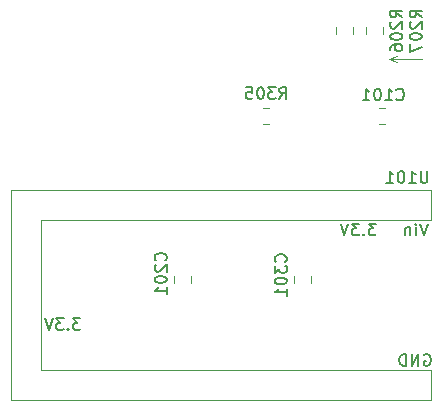
<source format=gbr>
G04 #@! TF.GenerationSoftware,KiCad,Pcbnew,5.1.5*
G04 #@! TF.CreationDate,2020-04-23T21:43:41+02:00*
G04 #@! TF.ProjectId,teensy-load,7465656e-7379-42d6-9c6f-61642e6b6963,rev?*
G04 #@! TF.SameCoordinates,Original*
G04 #@! TF.FileFunction,Legend,Bot*
G04 #@! TF.FilePolarity,Positive*
%FSLAX46Y46*%
G04 Gerber Fmt 4.6, Leading zero omitted, Abs format (unit mm)*
G04 Created by KiCad (PCBNEW 5.1.5) date 2020-04-23 21:43:41*
%MOMM*%
%LPD*%
G04 APERTURE LIST*
%ADD10C,0.120000*%
%ADD11C,0.150000*%
G04 APERTURE END LIST*
D10*
X142494000Y-72644000D02*
X143129000Y-72898000D01*
X142494000Y-72644000D02*
X143129000Y-72390000D01*
X145288000Y-72644000D02*
X142494000Y-72644000D01*
X142120252Y-76760000D02*
X141597748Y-76760000D01*
X142120252Y-78180000D02*
X141597748Y-78180000D01*
X124258000Y-91574252D02*
X124258000Y-91051748D01*
X125678000Y-91574252D02*
X125678000Y-91051748D01*
X135838000Y-91574252D02*
X135838000Y-91051748D01*
X134418000Y-91574252D02*
X134418000Y-91051748D01*
X110490000Y-101473000D02*
X146050000Y-101473000D01*
X146050000Y-83693000D02*
X110490000Y-83693000D01*
X110490000Y-83693000D02*
X110490000Y-101473000D01*
X146050000Y-86233000D02*
X113030000Y-86233000D01*
X113030000Y-86233000D02*
X113030000Y-98933000D01*
X113030000Y-98933000D02*
X146050000Y-98933000D01*
X146050000Y-83693000D02*
X146050000Y-86233000D01*
X146050000Y-98933000D02*
X146050000Y-101473000D01*
X139394000Y-69969748D02*
X139394000Y-70492252D01*
X137974000Y-69969748D02*
X137974000Y-70492252D01*
X140514000Y-69969748D02*
X140514000Y-70492252D01*
X141934000Y-69969748D02*
X141934000Y-70492252D01*
X131818748Y-76760000D02*
X132341252Y-76760000D01*
X131818748Y-78180000D02*
X132341252Y-78180000D01*
D11*
X143105047Y-76049142D02*
X143152666Y-76096761D01*
X143295523Y-76144380D01*
X143390761Y-76144380D01*
X143533619Y-76096761D01*
X143628857Y-76001523D01*
X143676476Y-75906285D01*
X143724095Y-75715809D01*
X143724095Y-75572952D01*
X143676476Y-75382476D01*
X143628857Y-75287238D01*
X143533619Y-75192000D01*
X143390761Y-75144380D01*
X143295523Y-75144380D01*
X143152666Y-75192000D01*
X143105047Y-75239619D01*
X142152666Y-76144380D02*
X142724095Y-76144380D01*
X142438380Y-76144380D02*
X142438380Y-75144380D01*
X142533619Y-75287238D01*
X142628857Y-75382476D01*
X142724095Y-75430095D01*
X141533619Y-75144380D02*
X141438380Y-75144380D01*
X141343142Y-75192000D01*
X141295523Y-75239619D01*
X141247904Y-75334857D01*
X141200285Y-75525333D01*
X141200285Y-75763428D01*
X141247904Y-75953904D01*
X141295523Y-76049142D01*
X141343142Y-76096761D01*
X141438380Y-76144380D01*
X141533619Y-76144380D01*
X141628857Y-76096761D01*
X141676476Y-76049142D01*
X141724095Y-75953904D01*
X141771714Y-75763428D01*
X141771714Y-75525333D01*
X141724095Y-75334857D01*
X141676476Y-75239619D01*
X141628857Y-75192000D01*
X141533619Y-75144380D01*
X140247904Y-76144380D02*
X140819333Y-76144380D01*
X140533619Y-76144380D02*
X140533619Y-75144380D01*
X140628857Y-75287238D01*
X140724095Y-75382476D01*
X140819333Y-75430095D01*
X123547142Y-89685952D02*
X123594761Y-89638333D01*
X123642380Y-89495476D01*
X123642380Y-89400238D01*
X123594761Y-89257380D01*
X123499523Y-89162142D01*
X123404285Y-89114523D01*
X123213809Y-89066904D01*
X123070952Y-89066904D01*
X122880476Y-89114523D01*
X122785238Y-89162142D01*
X122690000Y-89257380D01*
X122642380Y-89400238D01*
X122642380Y-89495476D01*
X122690000Y-89638333D01*
X122737619Y-89685952D01*
X122737619Y-90066904D02*
X122690000Y-90114523D01*
X122642380Y-90209761D01*
X122642380Y-90447857D01*
X122690000Y-90543095D01*
X122737619Y-90590714D01*
X122832857Y-90638333D01*
X122928095Y-90638333D01*
X123070952Y-90590714D01*
X123642380Y-90019285D01*
X123642380Y-90638333D01*
X122642380Y-91257380D02*
X122642380Y-91352619D01*
X122690000Y-91447857D01*
X122737619Y-91495476D01*
X122832857Y-91543095D01*
X123023333Y-91590714D01*
X123261428Y-91590714D01*
X123451904Y-91543095D01*
X123547142Y-91495476D01*
X123594761Y-91447857D01*
X123642380Y-91352619D01*
X123642380Y-91257380D01*
X123594761Y-91162142D01*
X123547142Y-91114523D01*
X123451904Y-91066904D01*
X123261428Y-91019285D01*
X123023333Y-91019285D01*
X122832857Y-91066904D01*
X122737619Y-91114523D01*
X122690000Y-91162142D01*
X122642380Y-91257380D01*
X123642380Y-92543095D02*
X123642380Y-91971666D01*
X123642380Y-92257380D02*
X122642380Y-92257380D01*
X122785238Y-92162142D01*
X122880476Y-92066904D01*
X122928095Y-91971666D01*
X133707142Y-89812952D02*
X133754761Y-89765333D01*
X133802380Y-89622476D01*
X133802380Y-89527238D01*
X133754761Y-89384380D01*
X133659523Y-89289142D01*
X133564285Y-89241523D01*
X133373809Y-89193904D01*
X133230952Y-89193904D01*
X133040476Y-89241523D01*
X132945238Y-89289142D01*
X132850000Y-89384380D01*
X132802380Y-89527238D01*
X132802380Y-89622476D01*
X132850000Y-89765333D01*
X132897619Y-89812952D01*
X132802380Y-90146285D02*
X132802380Y-90765333D01*
X133183333Y-90432000D01*
X133183333Y-90574857D01*
X133230952Y-90670095D01*
X133278571Y-90717714D01*
X133373809Y-90765333D01*
X133611904Y-90765333D01*
X133707142Y-90717714D01*
X133754761Y-90670095D01*
X133802380Y-90574857D01*
X133802380Y-90289142D01*
X133754761Y-90193904D01*
X133707142Y-90146285D01*
X132802380Y-91384380D02*
X132802380Y-91479619D01*
X132850000Y-91574857D01*
X132897619Y-91622476D01*
X132992857Y-91670095D01*
X133183333Y-91717714D01*
X133421428Y-91717714D01*
X133611904Y-91670095D01*
X133707142Y-91622476D01*
X133754761Y-91574857D01*
X133802380Y-91479619D01*
X133802380Y-91384380D01*
X133754761Y-91289142D01*
X133707142Y-91241523D01*
X133611904Y-91193904D01*
X133421428Y-91146285D01*
X133183333Y-91146285D01*
X132992857Y-91193904D01*
X132897619Y-91241523D01*
X132850000Y-91289142D01*
X132802380Y-91384380D01*
X133802380Y-92670095D02*
X133802380Y-92098666D01*
X133802380Y-92384380D02*
X132802380Y-92384380D01*
X132945238Y-92289142D01*
X133040476Y-92193904D01*
X133088095Y-92098666D01*
X145732285Y-82129380D02*
X145732285Y-82938904D01*
X145684666Y-83034142D01*
X145637047Y-83081761D01*
X145541809Y-83129380D01*
X145351333Y-83129380D01*
X145256095Y-83081761D01*
X145208476Y-83034142D01*
X145160857Y-82938904D01*
X145160857Y-82129380D01*
X144160857Y-83129380D02*
X144732285Y-83129380D01*
X144446571Y-83129380D02*
X144446571Y-82129380D01*
X144541809Y-82272238D01*
X144637047Y-82367476D01*
X144732285Y-82415095D01*
X143541809Y-82129380D02*
X143446571Y-82129380D01*
X143351333Y-82177000D01*
X143303714Y-82224619D01*
X143256095Y-82319857D01*
X143208476Y-82510333D01*
X143208476Y-82748428D01*
X143256095Y-82938904D01*
X143303714Y-83034142D01*
X143351333Y-83081761D01*
X143446571Y-83129380D01*
X143541809Y-83129380D01*
X143637047Y-83081761D01*
X143684666Y-83034142D01*
X143732285Y-82938904D01*
X143779904Y-82748428D01*
X143779904Y-82510333D01*
X143732285Y-82319857D01*
X143684666Y-82224619D01*
X143637047Y-82177000D01*
X143541809Y-82129380D01*
X142256095Y-83129380D02*
X142827523Y-83129380D01*
X142541809Y-83129380D02*
X142541809Y-82129380D01*
X142637047Y-82272238D01*
X142732285Y-82367476D01*
X142827523Y-82415095D01*
X116345642Y-94575380D02*
X115726595Y-94575380D01*
X116059928Y-94956333D01*
X115917071Y-94956333D01*
X115821833Y-95003952D01*
X115774214Y-95051571D01*
X115726595Y-95146809D01*
X115726595Y-95384904D01*
X115774214Y-95480142D01*
X115821833Y-95527761D01*
X115917071Y-95575380D01*
X116202785Y-95575380D01*
X116298023Y-95527761D01*
X116345642Y-95480142D01*
X115298023Y-95480142D02*
X115250404Y-95527761D01*
X115298023Y-95575380D01*
X115345642Y-95527761D01*
X115298023Y-95480142D01*
X115298023Y-95575380D01*
X114917071Y-94575380D02*
X114298023Y-94575380D01*
X114631357Y-94956333D01*
X114488500Y-94956333D01*
X114393261Y-95003952D01*
X114345642Y-95051571D01*
X114298023Y-95146809D01*
X114298023Y-95384904D01*
X114345642Y-95480142D01*
X114393261Y-95527761D01*
X114488500Y-95575380D01*
X114774214Y-95575380D01*
X114869452Y-95527761D01*
X114917071Y-95480142D01*
X114012309Y-94575380D02*
X113678976Y-95575380D01*
X113345642Y-94575380D01*
X141368738Y-86574380D02*
X140749690Y-86574380D01*
X141083023Y-86955333D01*
X140940166Y-86955333D01*
X140844928Y-87002952D01*
X140797309Y-87050571D01*
X140749690Y-87145809D01*
X140749690Y-87383904D01*
X140797309Y-87479142D01*
X140844928Y-87526761D01*
X140940166Y-87574380D01*
X141225880Y-87574380D01*
X141321119Y-87526761D01*
X141368738Y-87479142D01*
X140321119Y-87479142D02*
X140273500Y-87526761D01*
X140321119Y-87574380D01*
X140368738Y-87526761D01*
X140321119Y-87479142D01*
X140321119Y-87574380D01*
X139940166Y-86574380D02*
X139321119Y-86574380D01*
X139654452Y-86955333D01*
X139511595Y-86955333D01*
X139416357Y-87002952D01*
X139368738Y-87050571D01*
X139321119Y-87145809D01*
X139321119Y-87383904D01*
X139368738Y-87479142D01*
X139416357Y-87526761D01*
X139511595Y-87574380D01*
X139797309Y-87574380D01*
X139892547Y-87526761D01*
X139940166Y-87479142D01*
X139035404Y-86574380D02*
X138702071Y-87574380D01*
X138368738Y-86574380D01*
X145750357Y-86574380D02*
X145417023Y-87574380D01*
X145083690Y-86574380D01*
X144750357Y-87574380D02*
X144750357Y-86907714D01*
X144750357Y-86574380D02*
X144797976Y-86622000D01*
X144750357Y-86669619D01*
X144702738Y-86622000D01*
X144750357Y-86574380D01*
X144750357Y-86669619D01*
X144274166Y-86907714D02*
X144274166Y-87574380D01*
X144274166Y-87002952D02*
X144226547Y-86955333D01*
X144131309Y-86907714D01*
X143988452Y-86907714D01*
X143893214Y-86955333D01*
X143845595Y-87050571D01*
X143845595Y-87574380D01*
X145444595Y-97671000D02*
X145539833Y-97623380D01*
X145682690Y-97623380D01*
X145825547Y-97671000D01*
X145920785Y-97766238D01*
X145968404Y-97861476D01*
X146016023Y-98051952D01*
X146016023Y-98194809D01*
X145968404Y-98385285D01*
X145920785Y-98480523D01*
X145825547Y-98575761D01*
X145682690Y-98623380D01*
X145587452Y-98623380D01*
X145444595Y-98575761D01*
X145396976Y-98528142D01*
X145396976Y-98194809D01*
X145587452Y-98194809D01*
X144968404Y-98623380D02*
X144968404Y-97623380D01*
X144396976Y-98623380D01*
X144396976Y-97623380D01*
X143920785Y-98623380D02*
X143920785Y-97623380D01*
X143682690Y-97623380D01*
X143539833Y-97671000D01*
X143444595Y-97766238D01*
X143396976Y-97861476D01*
X143349357Y-98051952D01*
X143349357Y-98194809D01*
X143396976Y-98385285D01*
X143444595Y-98480523D01*
X143539833Y-98575761D01*
X143682690Y-98623380D01*
X143920785Y-98623380D01*
X143581380Y-69111952D02*
X143105190Y-68778619D01*
X143581380Y-68540523D02*
X142581380Y-68540523D01*
X142581380Y-68921476D01*
X142629000Y-69016714D01*
X142676619Y-69064333D01*
X142771857Y-69111952D01*
X142914714Y-69111952D01*
X143009952Y-69064333D01*
X143057571Y-69016714D01*
X143105190Y-68921476D01*
X143105190Y-68540523D01*
X142676619Y-69492904D02*
X142629000Y-69540523D01*
X142581380Y-69635761D01*
X142581380Y-69873857D01*
X142629000Y-69969095D01*
X142676619Y-70016714D01*
X142771857Y-70064333D01*
X142867095Y-70064333D01*
X143009952Y-70016714D01*
X143581380Y-69445285D01*
X143581380Y-70064333D01*
X142581380Y-70683380D02*
X142581380Y-70778619D01*
X142629000Y-70873857D01*
X142676619Y-70921476D01*
X142771857Y-70969095D01*
X142962333Y-71016714D01*
X143200428Y-71016714D01*
X143390904Y-70969095D01*
X143486142Y-70921476D01*
X143533761Y-70873857D01*
X143581380Y-70778619D01*
X143581380Y-70683380D01*
X143533761Y-70588142D01*
X143486142Y-70540523D01*
X143390904Y-70492904D01*
X143200428Y-70445285D01*
X142962333Y-70445285D01*
X142771857Y-70492904D01*
X142676619Y-70540523D01*
X142629000Y-70588142D01*
X142581380Y-70683380D01*
X142581380Y-71873857D02*
X142581380Y-71683380D01*
X142629000Y-71588142D01*
X142676619Y-71540523D01*
X142819476Y-71445285D01*
X143009952Y-71397666D01*
X143390904Y-71397666D01*
X143486142Y-71445285D01*
X143533761Y-71492904D01*
X143581380Y-71588142D01*
X143581380Y-71778619D01*
X143533761Y-71873857D01*
X143486142Y-71921476D01*
X143390904Y-71969095D01*
X143152809Y-71969095D01*
X143057571Y-71921476D01*
X143009952Y-71873857D01*
X142962333Y-71778619D01*
X142962333Y-71588142D01*
X143009952Y-71492904D01*
X143057571Y-71445285D01*
X143152809Y-71397666D01*
X145232380Y-69111952D02*
X144756190Y-68778619D01*
X145232380Y-68540523D02*
X144232380Y-68540523D01*
X144232380Y-68921476D01*
X144280000Y-69016714D01*
X144327619Y-69064333D01*
X144422857Y-69111952D01*
X144565714Y-69111952D01*
X144660952Y-69064333D01*
X144708571Y-69016714D01*
X144756190Y-68921476D01*
X144756190Y-68540523D01*
X144327619Y-69492904D02*
X144280000Y-69540523D01*
X144232380Y-69635761D01*
X144232380Y-69873857D01*
X144280000Y-69969095D01*
X144327619Y-70016714D01*
X144422857Y-70064333D01*
X144518095Y-70064333D01*
X144660952Y-70016714D01*
X145232380Y-69445285D01*
X145232380Y-70064333D01*
X144232380Y-70683380D02*
X144232380Y-70778619D01*
X144280000Y-70873857D01*
X144327619Y-70921476D01*
X144422857Y-70969095D01*
X144613333Y-71016714D01*
X144851428Y-71016714D01*
X145041904Y-70969095D01*
X145137142Y-70921476D01*
X145184761Y-70873857D01*
X145232380Y-70778619D01*
X145232380Y-70683380D01*
X145184761Y-70588142D01*
X145137142Y-70540523D01*
X145041904Y-70492904D01*
X144851428Y-70445285D01*
X144613333Y-70445285D01*
X144422857Y-70492904D01*
X144327619Y-70540523D01*
X144280000Y-70588142D01*
X144232380Y-70683380D01*
X144232380Y-71350047D02*
X144232380Y-72016714D01*
X145232380Y-71588142D01*
X133199047Y-76017380D02*
X133532380Y-75541190D01*
X133770476Y-76017380D02*
X133770476Y-75017380D01*
X133389523Y-75017380D01*
X133294285Y-75065000D01*
X133246666Y-75112619D01*
X133199047Y-75207857D01*
X133199047Y-75350714D01*
X133246666Y-75445952D01*
X133294285Y-75493571D01*
X133389523Y-75541190D01*
X133770476Y-75541190D01*
X132865714Y-75017380D02*
X132246666Y-75017380D01*
X132580000Y-75398333D01*
X132437142Y-75398333D01*
X132341904Y-75445952D01*
X132294285Y-75493571D01*
X132246666Y-75588809D01*
X132246666Y-75826904D01*
X132294285Y-75922142D01*
X132341904Y-75969761D01*
X132437142Y-76017380D01*
X132722857Y-76017380D01*
X132818095Y-75969761D01*
X132865714Y-75922142D01*
X131627619Y-75017380D02*
X131532380Y-75017380D01*
X131437142Y-75065000D01*
X131389523Y-75112619D01*
X131341904Y-75207857D01*
X131294285Y-75398333D01*
X131294285Y-75636428D01*
X131341904Y-75826904D01*
X131389523Y-75922142D01*
X131437142Y-75969761D01*
X131532380Y-76017380D01*
X131627619Y-76017380D01*
X131722857Y-75969761D01*
X131770476Y-75922142D01*
X131818095Y-75826904D01*
X131865714Y-75636428D01*
X131865714Y-75398333D01*
X131818095Y-75207857D01*
X131770476Y-75112619D01*
X131722857Y-75065000D01*
X131627619Y-75017380D01*
X130389523Y-75017380D02*
X130865714Y-75017380D01*
X130913333Y-75493571D01*
X130865714Y-75445952D01*
X130770476Y-75398333D01*
X130532380Y-75398333D01*
X130437142Y-75445952D01*
X130389523Y-75493571D01*
X130341904Y-75588809D01*
X130341904Y-75826904D01*
X130389523Y-75922142D01*
X130437142Y-75969761D01*
X130532380Y-76017380D01*
X130770476Y-76017380D01*
X130865714Y-75969761D01*
X130913333Y-75922142D01*
M02*

</source>
